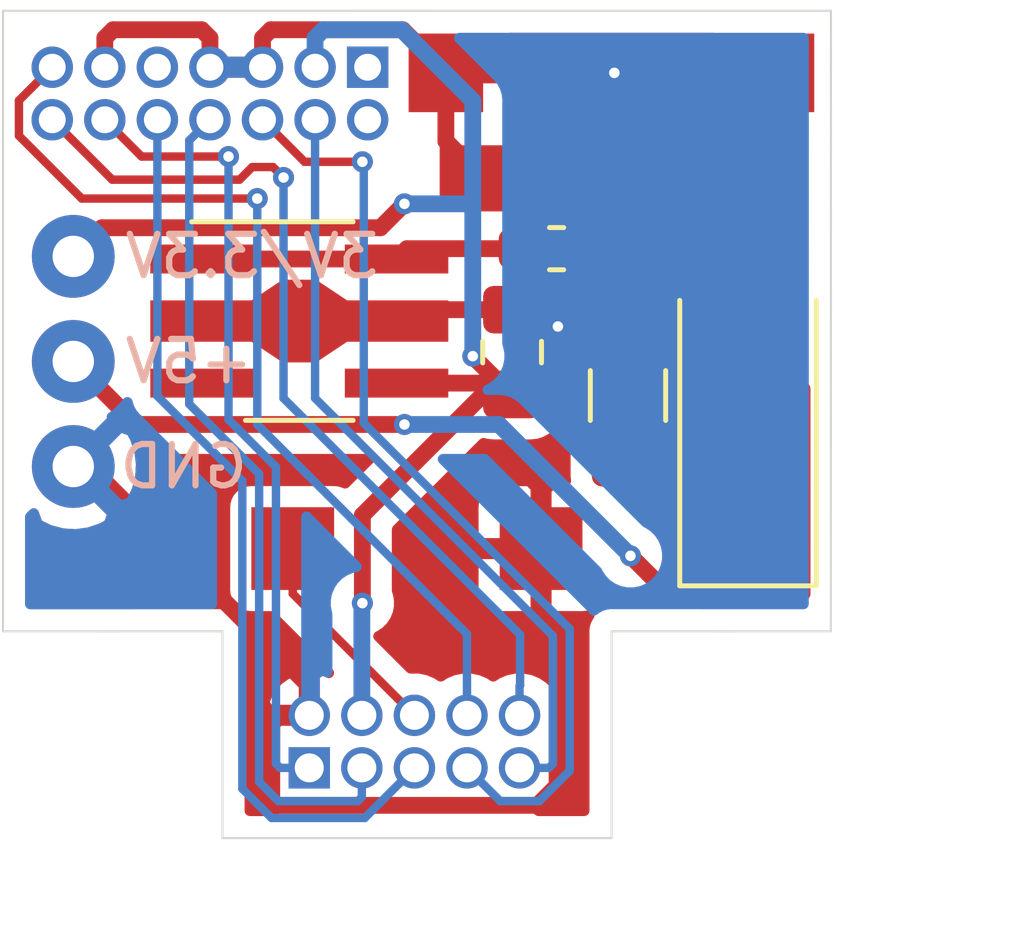
<source format=kicad_pcb>
(kicad_pcb (version 20171130) (host pcbnew "(5.1.5-0-10_14)")

  (general
    (thickness 1.6)
    (drawings 13)
    (tracks 154)
    (zones 0)
    (modules 12)
    (nets 14)
  )

  (page A4)
  (title_block
    (title "STM32 Debug Connector")
    (date 2020-04-26)
    (rev 1.0)
  )

  (layers
    (0 F.Cu signal)
    (31 B.Cu signal)
    (32 B.Adhes user)
    (33 F.Adhes user)
    (34 B.Paste user)
    (35 F.Paste user)
    (36 B.SilkS user)
    (37 F.SilkS user)
    (38 B.Mask user)
    (39 F.Mask user)
    (40 Dwgs.User user)
    (41 Cmts.User user)
    (42 Eco1.User user)
    (43 Eco2.User user)
    (44 Edge.Cuts user)
    (45 Margin user)
    (46 B.CrtYd user)
    (47 F.CrtYd user)
    (48 B.Fab user hide)
    (49 F.Fab user hide)
  )

  (setup
    (last_trace_width 0.2032)
    (user_trace_width 0.4064)
    (trace_clearance 0.2032)
    (zone_clearance 0.508)
    (zone_45_only no)
    (trace_min 0.2032)
    (via_size 0.508)
    (via_drill 0.254)
    (via_min_size 0.508)
    (via_min_drill 0.254)
    (uvia_size 0.3)
    (uvia_drill 0.1)
    (uvias_allowed no)
    (uvia_min_size 0.2)
    (uvia_min_drill 0.1)
    (edge_width 0.05)
    (segment_width 0.2)
    (pcb_text_width 0.3)
    (pcb_text_size 1.5 1.5)
    (mod_edge_width 0.12)
    (mod_text_size 1 1)
    (mod_text_width 0.15)
    (pad_size 1.524 1.524)
    (pad_drill 0.762)
    (pad_to_mask_clearance 0.051)
    (solder_mask_min_width 0.25)
    (aux_axis_origin 0 0)
    (visible_elements FFFFFF7F)
    (pcbplotparams
      (layerselection 0x010fc_ffffffff)
      (usegerberextensions true)
      (usegerberattributes false)
      (usegerberadvancedattributes false)
      (creategerberjobfile false)
      (excludeedgelayer true)
      (linewidth 0.100000)
      (plotframeref false)
      (viasonmask false)
      (mode 1)
      (useauxorigin false)
      (hpglpennumber 1)
      (hpglpenspeed 20)
      (hpglpendiameter 15.000000)
      (psnegative false)
      (psa4output false)
      (plotreference true)
      (plotvalue true)
      (plotinvisibletext false)
      (padsonsilk false)
      (subtractmaskfromsilk false)
      (outputformat 1)
      (mirror false)
      (drillshape 0)
      (scaleselection 1)
      (outputdirectory "STM32DebugConnector/"))
  )

  (net 0 "")
  (net 1 GND)
  (net 2 "Net-(C1-Pad1)")
  (net 3 +3V0)
  (net 4 +5V)
  (net 5 "Net-(D1-Pad1)")
  (net 6 "Net-(J2-Pad10)")
  (net 7 "Net-(J2-Pad9)")
  (net 8 "Net-(J2-Pad8)")
  (net 9 "Net-(J2-Pad7)")
  (net 10 "Net-(J2-Pad6)")
  (net 11 "Net-(J2-Pad5)")
  (net 12 "Net-(J2-Pad3)")
  (net 13 "Net-(J2-Pad1)")

  (net_class Default "これはデフォルトのネット クラスです。"
    (clearance 0.2032)
    (trace_width 0.2032)
    (via_dia 0.508)
    (via_drill 0.254)
    (uvia_dia 0.3)
    (uvia_drill 0.1)
    (diff_pair_width 0.2032)
    (diff_pair_gap 0.254)
    (add_net +3V0)
    (add_net +5V)
    (add_net GND)
    (add_net "Net-(C1-Pad1)")
    (add_net "Net-(D1-Pad1)")
    (add_net "Net-(J2-Pad1)")
    (add_net "Net-(J2-Pad10)")
    (add_net "Net-(J2-Pad3)")
    (add_net "Net-(J2-Pad5)")
    (add_net "Net-(J2-Pad6)")
    (add_net "Net-(J2-Pad7)")
    (add_net "Net-(J2-Pad8)")
    (add_net "Net-(J2-Pad9)")
  )

  (module TestPoint:TestPoint_THTPad_D2.0mm_Drill1.0mm (layer F.Cu) (tedit 5EA38461) (tstamp 5EA2DB19)
    (at 128.6952 87.017)
    (descr "THT pad as test Point, diameter 2.0mm, hole diameter 1.0mm")
    (tags "test point THT pad")
    (path /5EA49698)
    (attr virtual)
    (fp_text reference TP3 (at 0 -1.998) (layer F.SilkS) hide
      (effects (font (size 1 1) (thickness 0.15)))
    )
    (fp_text value GND (at 0 2.05) (layer F.Fab)
      (effects (font (size 1 1) (thickness 0.15)))
    )
    (fp_circle (center 0 0) (end 1.5 0) (layer F.CrtYd) (width 0.05))
    (fp_text user %R (at 0 -2) (layer F.Fab)
      (effects (font (size 1 1) (thickness 0.15)))
    )
    (pad 1 thru_hole circle (at 0 0) (size 2 2) (drill 1) (layers *.Cu *.Mask)
      (net 1 GND))
  )

  (module TestPoint:TestPoint_THTPad_D2.0mm_Drill1.0mm (layer F.Cu) (tedit 5EA38458) (tstamp 5EA2DB09)
    (at 128.6952 84.477)
    (descr "THT pad as test Point, diameter 2.0mm, hole diameter 1.0mm")
    (tags "test point THT pad")
    (path /5EA48619)
    (attr virtual)
    (fp_text reference TP1 (at 0 -1.998) (layer F.SilkS) hide
      (effects (font (size 1 1) (thickness 0.15)))
    )
    (fp_text value +5V (at 0 2.05) (layer F.Fab)
      (effects (font (size 1 1) (thickness 0.15)))
    )
    (fp_circle (center 0 0) (end 1.5 0) (layer F.CrtYd) (width 0.05))
    (fp_text user %R (at 0 -2) (layer F.Fab)
      (effects (font (size 1 1) (thickness 0.15)))
    )
    (pad 1 thru_hole circle (at 0 0) (size 2 2) (drill 1) (layers *.Cu *.Mask)
      (net 4 +5V))
  )

  (module TestPoint:TestPoint_THTPad_D2.0mm_Drill1.0mm (layer F.Cu) (tedit 5EA3844E) (tstamp 5EA2DB11)
    (at 128.6952 81.937)
    (descr "THT pad as test Point, diameter 2.0mm, hole diameter 1.0mm")
    (tags "test point THT pad")
    (path /5EA49302)
    (attr virtual)
    (fp_text reference TP2 (at 0 -1.998) (layer F.SilkS) hide
      (effects (font (size 1 1) (thickness 0.15)))
    )
    (fp_text value VDD (at 0 2.05) (layer F.Fab)
      (effects (font (size 1 1) (thickness 0.15)))
    )
    (fp_circle (center 0 0) (end 1.5 0) (layer F.CrtYd) (width 0.05))
    (fp_text user %R (at 0 -2) (layer F.Fab)
      (effects (font (size 1 1) (thickness 0.15)))
    )
    (pad 1 thru_hole circle (at 0 0) (size 2 2) (drill 1) (layers *.Cu *.Mask)
      (net 3 +3V0))
  )

  (module Connector_PinHeader_1.27mm:PinHeader_2x07_P1.27mm_Vertical (layer F.Cu) (tedit 5EA382D7) (tstamp 5EA2DAF7)
    (at 135.8072 77.365 270)
    (descr "Through hole straight pin header, 2x07, 1.27mm pitch, double rows")
    (tags "Through hole pin header THT 2x07 1.27mm double row")
    (path /5EA2399D)
    (fp_text reference J3 (at 0.635 -1.695 270) (layer F.SilkS) hide
      (effects (font (size 1 1) (thickness 0.15)))
    )
    (fp_text value STDC32 (at 0.635 9.315 270) (layer F.Fab)
      (effects (font (size 1 1) (thickness 0.15)))
    )
    (fp_text user %R (at 0.635 3.81) (layer F.Fab)
      (effects (font (size 1 1) (thickness 0.15)))
    )
    (fp_line (start 2.85 -1.15) (end -1.6 -1.15) (layer F.CrtYd) (width 0.05))
    (fp_line (start 2.85 8.8) (end 2.85 -1.15) (layer F.CrtYd) (width 0.05))
    (fp_line (start -1.6 8.8) (end 2.85 8.8) (layer F.CrtYd) (width 0.05))
    (fp_line (start -1.6 -1.15) (end -1.6 8.8) (layer F.CrtYd) (width 0.05))
    (fp_line (start -1.07 0.2175) (end -0.2175 -0.635) (layer F.Fab) (width 0.1))
    (fp_line (start -1.07 8.255) (end -1.07 0.2175) (layer F.Fab) (width 0.1))
    (fp_line (start 2.34 8.255) (end -1.07 8.255) (layer F.Fab) (width 0.1))
    (fp_line (start 2.34 -0.635) (end 2.34 8.255) (layer F.Fab) (width 0.1))
    (fp_line (start -0.2175 -0.635) (end 2.34 -0.635) (layer F.Fab) (width 0.1))
    (pad 14 thru_hole oval (at 1.27 7.62 270) (size 1 1) (drill 0.65) (layers *.Cu *.Mask)
      (net 6 "Net-(J2-Pad10)"))
    (pad 13 thru_hole oval (at 0 7.62 270) (size 1 1) (drill 0.65) (layers *.Cu *.Mask)
      (net 8 "Net-(J2-Pad8)"))
    (pad 12 thru_hole oval (at 1.27 6.35 270) (size 1 1) (drill 0.65) (layers *.Cu *.Mask)
      (net 13 "Net-(J2-Pad1)"))
    (pad 11 thru_hole oval (at 0 6.35 270) (size 1 1) (drill 0.65) (layers *.Cu *.Mask)
      (net 1 GND))
    (pad 10 thru_hole oval (at 1.27 5.08 270) (size 1 1) (drill 0.65) (layers *.Cu *.Mask)
      (net 11 "Net-(J2-Pad5)"))
    (pad 9 thru_hole oval (at 0 5.08 270) (size 1 1) (drill 0.65) (layers *.Cu *.Mask))
    (pad 8 thru_hole oval (at 1.27 3.81 270) (size 1 1) (drill 0.65) (layers *.Cu *.Mask)
      (net 12 "Net-(J2-Pad3)"))
    (pad 7 thru_hole oval (at 0 3.81 270) (size 1 1) (drill 0.65) (layers *.Cu *.Mask)
      (net 1 GND))
    (pad 6 thru_hole oval (at 1.27 2.54 270) (size 1 1) (drill 0.65) (layers *.Cu *.Mask)
      (net 9 "Net-(J2-Pad7)"))
    (pad 5 thru_hole oval (at 0 2.54 270) (size 1 1) (drill 0.65) (layers *.Cu *.Mask)
      (net 1 GND))
    (pad 4 thru_hole oval (at 1.27 1.27 270) (size 1 1) (drill 0.65) (layers *.Cu *.Mask)
      (net 7 "Net-(J2-Pad9)"))
    (pad 3 thru_hole oval (at 0 1.27 270) (size 1 1) (drill 0.65) (layers *.Cu *.Mask)
      (net 3 +3V0))
    (pad 2 thru_hole oval (at 1.27 0 270) (size 1 1) (drill 0.65) (layers *.Cu *.Mask))
    (pad 1 thru_hole rect (at 0 0 270) (size 1 1) (drill 0.65) (layers *.Cu *.Mask))
    (model ${KISYS3DMOD}/Connector_PinHeader_1.27mm.3dshapes/PinHeader_2x07_P1.27mm_Vertical.wrl
      (at (xyz 0 0 0))
      (scale (xyz 1 1 1))
      (rotate (xyz 0 0 0))
    )
  )

  (module STM32DebugConnector:ZX62-B-5PA (layer F.Cu) (tedit 5EA3807C) (tstamp 5EA38F28)
    (at 141.6972 77.501 180)
    (descr "Micro USB connector")
    (tags "Micro USB connector")
    (path /5EA2C476)
    (fp_text reference J1 (at 0 -4.1) (layer F.SilkS) hide
      (effects (font (size 1 1) (thickness 0.15)))
    )
    (fp_text value USB_B_Micro (at 0 2.6) (layer F.Fab)
      (effects (font (size 1 1) (thickness 0.15)))
    )
    (fp_line (start -3.7 1.45) (end -3.7 -2.85) (layer F.CrtYd) (width 0.12))
    (fp_line (start 3.8 1.45) (end -3.7 1.45) (layer F.CrtYd) (width 0.12))
    (fp_line (start 3.8 -2.85) (end 3.8 1.45) (layer F.CrtYd) (width 0.12))
    (fp_line (start -3.7 -2.85) (end 3.8 -2.85) (layer F.CrtYd) (width 0.12))
    (pad 6 smd rect (at 4 0 180) (size 1.8 1.9) (layers F.Cu F.Paste F.Mask)
      (net 1 GND))
    (pad 6 smd rect (at -4 0 180) (size 1.8 1.9) (layers F.Cu F.Paste F.Mask)
      (net 1 GND))
    (pad 6 smd rect (at 3.1 -2.55 180) (size 2.1 1.6) (layers F.Cu F.Paste F.Mask)
      (net 1 GND))
    (pad 6 smd rect (at -3.1 -2.55 180) (size 2.1 1.6) (layers F.Cu F.Paste F.Mask)
      (net 1 GND))
    (pad 5 smd rect (at 1.3 -2.7 180) (size 0.4 1.35) (layers F.Cu F.Paste F.Mask)
      (net 1 GND))
    (pad 4 smd rect (at 0.65 -2.675 180) (size 0.4 1.35) (layers F.Cu F.Paste F.Mask))
    (pad 3 smd rect (at 0 -2.675 180) (size 0.4 1.35) (layers F.Cu F.Paste F.Mask))
    (pad 2 smd rect (at -0.65 -2.675 180) (size 0.4 1.35) (layers F.Cu F.Paste F.Mask))
    (pad 1 smd rect (at -1.3 -2.675 180) (size 0.4 1.35) (layers F.Cu F.Paste F.Mask)
      (net 4 +5V))
  )

  (module Connector_PinSocket_1.27mm:PinSocket_2x05_P1.27mm_Vertical (layer B.Cu) (tedit 5EA37F12) (tstamp 5EA2DACE)
    (at 134.3972 94.301 270)
    (descr "Through hole straight socket strip, 2x05, 1.27mm pitch, double cols (from Kicad 4.0.7), script generated")
    (tags "Through hole socket strip THT 2x05 1.27mm double row")
    (path /5EA6AEAF)
    (fp_text reference J2 (at -0.635 2.135 90) (layer B.SilkS) hide
      (effects (font (size 1 1) (thickness 0.15)) (justify mirror))
    )
    (fp_text value STM32_Debug (at -0.635 -7.215 90) (layer B.Fab)
      (effects (font (size 1 1) (thickness 0.15)) (justify mirror))
    )
    (fp_text user %R (at -0.635 -2.54) (layer B.Fab)
      (effects (font (size 1 1) (thickness 0.15)) (justify mirror))
    )
    (fp_line (start -2.67 -6.2) (end -2.67 1.15) (layer B.CrtYd) (width 0.05))
    (fp_line (start 1.38 -6.2) (end -2.67 -6.2) (layer B.CrtYd) (width 0.05))
    (fp_line (start 1.38 1.15) (end 1.38 -6.2) (layer B.CrtYd) (width 0.05))
    (fp_line (start -2.67 1.15) (end 1.38 1.15) (layer B.CrtYd) (width 0.05))
    (fp_line (start -2.16 -5.715) (end -2.16 0.635) (layer B.Fab) (width 0.1))
    (fp_line (start 0.89 -5.715) (end -2.16 -5.715) (layer B.Fab) (width 0.1))
    (fp_line (start 0.89 -0.1275) (end 0.89 -5.715) (layer B.Fab) (width 0.1))
    (fp_line (start 0.1275 0.635) (end 0.89 -0.1275) (layer B.Fab) (width 0.1))
    (fp_line (start -2.16 0.635) (end 0.1275 0.635) (layer B.Fab) (width 0.1))
    (pad 10 thru_hole oval (at -1.27 -5.08 270) (size 1 1) (drill 0.7) (layers *.Cu *.Mask)
      (net 6 "Net-(J2-Pad10)"))
    (pad 9 thru_hole oval (at 0 -5.08 270) (size 1 1) (drill 0.7) (layers *.Cu *.Mask)
      (net 7 "Net-(J2-Pad9)"))
    (pad 8 thru_hole oval (at -1.27 -3.81 270) (size 1 1) (drill 0.7) (layers *.Cu *.Mask)
      (net 8 "Net-(J2-Pad8)"))
    (pad 7 thru_hole oval (at 0 -3.81 270) (size 1 1) (drill 0.7) (layers *.Cu *.Mask)
      (net 9 "Net-(J2-Pad7)"))
    (pad 6 thru_hole oval (at -1.27 -2.54 270) (size 1 1) (drill 0.7) (layers *.Cu *.Mask)
      (net 10 "Net-(J2-Pad6)"))
    (pad 5 thru_hole oval (at 0 -2.54 270) (size 1 1) (drill 0.7) (layers *.Cu *.Mask)
      (net 11 "Net-(J2-Pad5)"))
    (pad 4 thru_hole oval (at -1.27 -1.27 270) (size 1 1) (drill 0.7) (layers *.Cu *.Mask)
      (net 3 +3V0))
    (pad 3 thru_hole oval (at 0 -1.27 270) (size 1 1) (drill 0.7) (layers *.Cu *.Mask)
      (net 12 "Net-(J2-Pad3)"))
    (pad 2 thru_hole oval (at -1.27 0 270) (size 1 1) (drill 0.7) (layers *.Cu *.Mask)
      (net 1 GND))
    (pad 1 thru_hole rect (at 0 0 270) (size 1 1) (drill 0.7) (layers *.Cu *.Mask)
      (net 13 "Net-(J2-Pad1)"))
    (model ${KISYS3DMOD}/Connector_PinSocket_1.27mm.3dshapes/PinSocket_2x05_P1.27mm_Vertical.wrl
      (at (xyz 0 0 0))
      (scale (xyz 1 1 1))
      (rotate (xyz 0 0 0))
    )
  )

  (module Package_TO_SOT_SMD:SOT-89-5_Handsoldering (layer F.Cu) (tedit 5A0BBCA8) (tstamp 5EA2DB32)
    (at 134.1562 83.501)
    (descr "SOT89-5, Housing,http://www.e-devices.ricoh.co.jp/en/products/product_power/pkg/sot-89-5.pdf")
    (tags "SOT89-5 Housing ")
    (path /5EA2DC0D)
    (attr smd)
    (fp_text reference U1 (at -0.28 -3.52) (layer F.SilkS) hide
      (effects (font (size 1 1) (thickness 0.15)))
    )
    (fp_text value NJM2884U1 (at -0.28 3.33) (layer F.Fab)
      (effects (font (size 1 1) (thickness 0.15)))
    )
    (fp_line (start -3.85 2.55) (end -3.85 -2.55) (layer F.CrtYd) (width 0.05))
    (fp_line (start 3.85 -2.55) (end 3.85 2.55) (layer F.CrtYd) (width 0.05))
    (fp_line (start -0.5 -2.3) (end 1.31 -2.3) (layer F.Fab) (width 0.1))
    (fp_line (start -1.29 2.3) (end -1.29 -1.51) (layer F.Fab) (width 0.1))
    (fp_line (start 1.31 2.3) (end -1.29 2.3) (layer F.Fab) (width 0.1))
    (fp_line (start 1.31 -2.3) (end 1.31 2.3) (layer F.Fab) (width 0.1))
    (fp_line (start -1.29 -1.51) (end -0.5 -2.3) (layer F.Fab) (width 0.1))
    (fp_line (start -2.6 -2.4) (end 1.3 -2.4) (layer F.SilkS) (width 0.12))
    (fp_line (start 1.3 2.4) (end -1.3 2.4) (layer F.SilkS) (width 0.12))
    (fp_line (start -3.85 2.55) (end 3.85 2.55) (layer F.CrtYd) (width 0.05))
    (fp_line (start -3.85 -2.55) (end 3.85 -2.55) (layer F.CrtYd) (width 0.05))
    (fp_text user %R (at 0 0 90) (layer F.Fab)
      (effects (font (size 0.6 0.6) (thickness 0.09)))
    )
    (pad 2 smd rect (at 0 0 270) (size 2 0.8) (layers F.Cu F.Paste F.Mask)
      (net 1 GND))
    (pad 2 smd trapezoid (at -0.78 0 90) (size 1.5 0.75) (rect_delta 0 0.5 ) (layers F.Cu F.Paste F.Mask)
      (net 1 GND))
    (pad 2 smd rect (at 2.35 0 270) (size 1 2.5) (layers F.Cu F.Paste F.Mask)
      (net 1 GND))
    (pad 3 smd rect (at -2.35 1.5 270) (size 0.7 2.5) (layers F.Cu F.Paste F.Mask))
    (pad 2 smd rect (at -2.35 0 270) (size 1 2.5) (layers F.Cu F.Paste F.Mask)
      (net 1 GND))
    (pad 1 smd rect (at -2.35 -1.5 270) (size 0.7 2.5) (layers F.Cu F.Paste F.Mask)
      (net 2 "Net-(C1-Pad1)"))
    (pad 4 smd rect (at 2.35 1.5 270) (size 0.7 2.5) (layers F.Cu F.Paste F.Mask)
      (net 3 +3V0))
    (pad 5 smd rect (at 2.35 -1.5 270) (size 0.7 2.5) (layers F.Cu F.Paste F.Mask)
      (net 2 "Net-(C1-Pad1)"))
    (pad 2 smd trapezoid (at 0.78 0 270) (size 1.5 0.75) (rect_delta 0 0.5 ) (layers F.Cu F.Paste F.Mask)
      (net 1 GND))
    (model ${KISYS3DMOD}/Package_TO_SOT_SMD.3dshapes/SOT-89-5.wrl
      (at (xyz 0 0 0))
      (scale (xyz 1 1 1))
      (rotate (xyz 0 0 0))
    )
  )

  (module STM32DebugConnector:Switch_TS665SG-S (layer F.Cu) (tedit 5DF0C2F9) (tstamp 5EA2DB01)
    (at 136.9972 89.001)
    (path /5EA723F9)
    (fp_text reference SW1 (at 0 -4) (layer F.SilkS) hide
      (effects (font (size 1 1) (thickness 0.15)))
    )
    (fp_text value RESET (at 0 4) (layer F.Fab)
      (effects (font (size 1 1) (thickness 0.15)))
    )
    (fp_line (start -3 3) (end -3 -3) (layer F.CrtYd) (width 0.12))
    (fp_line (start 3 3) (end -3 3) (layer F.CrtYd) (width 0.12))
    (fp_line (start 3 -3) (end 3 3) (layer F.CrtYd) (width 0.12))
    (fp_line (start -3 -3) (end 3 -3) (layer F.CrtYd) (width 0.12))
    (pad 2 smd rect (at 3 0) (size 2 2) (layers F.Cu F.Paste F.Mask)
      (net 1 GND))
    (pad 1 smd rect (at -3 0) (size 2 2) (layers F.Cu F.Paste F.Mask)
      (net 10 "Net-(J2-Pad6)"))
  )

  (module Fuse:Fuse_1206_3216Metric_Pad1.42x1.75mm_HandSolder (layer F.Cu) (tedit 5B301BBE) (tstamp 5EA2DA9B)
    (at 142.0972 85.301 270)
    (descr "Fuse SMD 1206 (3216 Metric), square (rectangular) end terminal, IPC_7351 nominal with elongated pad for handsoldering. (Body size source: http://www.tortai-tech.com/upload/download/2011102023233369053.pdf), generated with kicad-footprint-generator")
    (tags "resistor handsolder")
    (path /5EA324F6)
    (attr smd)
    (fp_text reference F1 (at 0 -1.82 90) (layer F.SilkS) hide
      (effects (font (size 1 1) (thickness 0.15)))
    )
    (fp_text value MF-NSMF035X (at 0 1.82 90) (layer F.Fab)
      (effects (font (size 1 1) (thickness 0.15)))
    )
    (fp_text user %R (at 0 0 90) (layer F.Fab)
      (effects (font (size 0.8 0.8) (thickness 0.12)))
    )
    (fp_line (start 2.45 1.12) (end -2.45 1.12) (layer F.CrtYd) (width 0.05))
    (fp_line (start 2.45 -1.12) (end 2.45 1.12) (layer F.CrtYd) (width 0.05))
    (fp_line (start -2.45 -1.12) (end 2.45 -1.12) (layer F.CrtYd) (width 0.05))
    (fp_line (start -2.45 1.12) (end -2.45 -1.12) (layer F.CrtYd) (width 0.05))
    (fp_line (start -0.602064 0.91) (end 0.602064 0.91) (layer F.SilkS) (width 0.12))
    (fp_line (start -0.602064 -0.91) (end 0.602064 -0.91) (layer F.SilkS) (width 0.12))
    (fp_line (start 1.6 0.8) (end -1.6 0.8) (layer F.Fab) (width 0.1))
    (fp_line (start 1.6 -0.8) (end 1.6 0.8) (layer F.Fab) (width 0.1))
    (fp_line (start -1.6 -0.8) (end 1.6 -0.8) (layer F.Fab) (width 0.1))
    (fp_line (start -1.6 0.8) (end -1.6 -0.8) (layer F.Fab) (width 0.1))
    (pad 2 smd roundrect (at 1.4875 0 270) (size 1.425 1.75) (layers F.Cu F.Paste F.Mask) (roundrect_rratio 0.175439)
      (net 5 "Net-(D1-Pad1)"))
    (pad 1 smd roundrect (at -1.4875 0 270) (size 1.425 1.75) (layers F.Cu F.Paste F.Mask) (roundrect_rratio 0.175439)
      (net 2 "Net-(C1-Pad1)"))
    (model ${KISYS3DMOD}/Fuse.3dshapes/Fuse_1206_3216Metric.wrl
      (at (xyz 0 0 0))
      (scale (xyz 1 1 1))
      (rotate (xyz 0 0 0))
    )
  )

  (module Diode_SMD:D_SMA_Handsoldering (layer F.Cu) (tedit 58643398) (tstamp 5EA2DA8A)
    (at 144.9972 85.501 90)
    (descr "Diode SMA (DO-214AC) Handsoldering")
    (tags "Diode SMA (DO-214AC) Handsoldering")
    (path /5EA32E2F)
    (attr smd)
    (fp_text reference D1 (at 0 -2.5 90) (layer F.SilkS) hide
      (effects (font (size 1 1) (thickness 0.15)))
    )
    (fp_text value SS14 (at 0 2.6 90) (layer F.Fab)
      (effects (font (size 1 1) (thickness 0.15)))
    )
    (fp_line (start -4.4 -1.65) (end 2.5 -1.65) (layer F.SilkS) (width 0.12))
    (fp_line (start -4.4 1.65) (end 2.5 1.65) (layer F.SilkS) (width 0.12))
    (fp_line (start -0.64944 0.00102) (end 0.50118 -0.79908) (layer F.Fab) (width 0.1))
    (fp_line (start -0.64944 0.00102) (end 0.50118 0.75032) (layer F.Fab) (width 0.1))
    (fp_line (start 0.50118 0.75032) (end 0.50118 -0.79908) (layer F.Fab) (width 0.1))
    (fp_line (start -0.64944 -0.79908) (end -0.64944 0.80112) (layer F.Fab) (width 0.1))
    (fp_line (start 0.50118 0.00102) (end 1.4994 0.00102) (layer F.Fab) (width 0.1))
    (fp_line (start -0.64944 0.00102) (end -1.55114 0.00102) (layer F.Fab) (width 0.1))
    (fp_line (start -4.5 1.75) (end -4.5 -1.75) (layer F.CrtYd) (width 0.05))
    (fp_line (start 4.5 1.75) (end -4.5 1.75) (layer F.CrtYd) (width 0.05))
    (fp_line (start 4.5 -1.75) (end 4.5 1.75) (layer F.CrtYd) (width 0.05))
    (fp_line (start -4.5 -1.75) (end 4.5 -1.75) (layer F.CrtYd) (width 0.05))
    (fp_line (start 2.3 -1.5) (end -2.3 -1.5) (layer F.Fab) (width 0.1))
    (fp_line (start 2.3 -1.5) (end 2.3 1.5) (layer F.Fab) (width 0.1))
    (fp_line (start -2.3 1.5) (end -2.3 -1.5) (layer F.Fab) (width 0.1))
    (fp_line (start 2.3 1.5) (end -2.3 1.5) (layer F.Fab) (width 0.1))
    (fp_line (start -4.4 -1.65) (end -4.4 1.65) (layer F.SilkS) (width 0.12))
    (fp_text user %R (at 0 -2.5 90) (layer F.Fab)
      (effects (font (size 1 1) (thickness 0.15)))
    )
    (pad 2 smd rect (at 2.5 0 90) (size 3.5 1.8) (layers F.Cu F.Paste F.Mask)
      (net 4 +5V))
    (pad 1 smd rect (at -2.5 0 90) (size 3.5 1.8) (layers F.Cu F.Paste F.Mask)
      (net 5 "Net-(D1-Pad1)"))
    (model ${KISYS3DMOD}/Diode_SMD.3dshapes/D_SMA.wrl
      (at (xyz 0 0 0))
      (scale (xyz 1 1 1))
      (rotate (xyz 0 0 0))
    )
  )

  (module Capacitor_SMD:C_0805_2012Metric_Pad1.15x1.40mm_HandSolder (layer F.Cu) (tedit 5B36C52B) (tstamp 5EA2DA72)
    (at 139.2972 84.251 90)
    (descr "Capacitor SMD 0805 (2012 Metric), square (rectangular) end terminal, IPC_7351 nominal with elongated pad for handsoldering. (Body size source: https://docs.google.com/spreadsheets/d/1BsfQQcO9C6DZCsRaXUlFlo91Tg2WpOkGARC1WS5S8t0/edit?usp=sharing), generated with kicad-footprint-generator")
    (tags "capacitor handsolder")
    (path /5EA3755B)
    (attr smd)
    (fp_text reference C2 (at 0 -1.65 90) (layer F.SilkS) hide
      (effects (font (size 1 1) (thickness 0.15)))
    )
    (fp_text value 2.2uF (at 0 1.65 90) (layer F.Fab)
      (effects (font (size 1 1) (thickness 0.15)))
    )
    (fp_text user %R (at 0 0 90) (layer F.Fab)
      (effects (font (size 0.5 0.5) (thickness 0.08)))
    )
    (fp_line (start 1.85 0.95) (end -1.85 0.95) (layer F.CrtYd) (width 0.05))
    (fp_line (start 1.85 -0.95) (end 1.85 0.95) (layer F.CrtYd) (width 0.05))
    (fp_line (start -1.85 -0.95) (end 1.85 -0.95) (layer F.CrtYd) (width 0.05))
    (fp_line (start -1.85 0.95) (end -1.85 -0.95) (layer F.CrtYd) (width 0.05))
    (fp_line (start -0.261252 0.71) (end 0.261252 0.71) (layer F.SilkS) (width 0.12))
    (fp_line (start -0.261252 -0.71) (end 0.261252 -0.71) (layer F.SilkS) (width 0.12))
    (fp_line (start 1 0.6) (end -1 0.6) (layer F.Fab) (width 0.1))
    (fp_line (start 1 -0.6) (end 1 0.6) (layer F.Fab) (width 0.1))
    (fp_line (start -1 -0.6) (end 1 -0.6) (layer F.Fab) (width 0.1))
    (fp_line (start -1 0.6) (end -1 -0.6) (layer F.Fab) (width 0.1))
    (pad 2 smd roundrect (at 1.025 0 90) (size 1.15 1.4) (layers F.Cu F.Paste F.Mask) (roundrect_rratio 0.217391)
      (net 1 GND))
    (pad 1 smd roundrect (at -1.025 0 90) (size 1.15 1.4) (layers F.Cu F.Paste F.Mask) (roundrect_rratio 0.217391)
      (net 3 +3V0))
    (model ${KISYS3DMOD}/Capacitor_SMD.3dshapes/C_0805_2012Metric.wrl
      (at (xyz 0 0 0))
      (scale (xyz 1 1 1))
      (rotate (xyz 0 0 0))
    )
  )

  (module Capacitor_SMD:C_0603_1608Metric_Pad1.05x0.95mm_HandSolder (layer F.Cu) (tedit 5B301BBE) (tstamp 5EA2DA61)
    (at 140.3722 81.751)
    (descr "Capacitor SMD 0603 (1608 Metric), square (rectangular) end terminal, IPC_7351 nominal with elongated pad for handsoldering. (Body size source: http://www.tortai-tech.com/upload/download/2011102023233369053.pdf), generated with kicad-footprint-generator")
    (tags "capacitor handsolder")
    (path /5EA33524)
    (attr smd)
    (fp_text reference C1 (at 0 -1.43) (layer F.SilkS) hide
      (effects (font (size 1 1) (thickness 0.15)))
    )
    (fp_text value 0.39uF (at 0 1.43) (layer F.Fab)
      (effects (font (size 1 1) (thickness 0.15)))
    )
    (fp_text user %R (at 0 0) (layer F.Fab)
      (effects (font (size 0.4 0.4) (thickness 0.06)))
    )
    (fp_line (start 1.65 0.73) (end -1.65 0.73) (layer F.CrtYd) (width 0.05))
    (fp_line (start 1.65 -0.73) (end 1.65 0.73) (layer F.CrtYd) (width 0.05))
    (fp_line (start -1.65 -0.73) (end 1.65 -0.73) (layer F.CrtYd) (width 0.05))
    (fp_line (start -1.65 0.73) (end -1.65 -0.73) (layer F.CrtYd) (width 0.05))
    (fp_line (start -0.171267 0.51) (end 0.171267 0.51) (layer F.SilkS) (width 0.12))
    (fp_line (start -0.171267 -0.51) (end 0.171267 -0.51) (layer F.SilkS) (width 0.12))
    (fp_line (start 0.8 0.4) (end -0.8 0.4) (layer F.Fab) (width 0.1))
    (fp_line (start 0.8 -0.4) (end 0.8 0.4) (layer F.Fab) (width 0.1))
    (fp_line (start -0.8 -0.4) (end 0.8 -0.4) (layer F.Fab) (width 0.1))
    (fp_line (start -0.8 0.4) (end -0.8 -0.4) (layer F.Fab) (width 0.1))
    (pad 2 smd roundrect (at 0.875 0) (size 1.05 0.95) (layers F.Cu F.Paste F.Mask) (roundrect_rratio 0.25)
      (net 1 GND))
    (pad 1 smd roundrect (at -0.875 0) (size 1.05 0.95) (layers F.Cu F.Paste F.Mask) (roundrect_rratio 0.25)
      (net 2 "Net-(C1-Pad1)"))
    (model ${KISYS3DMOD}/Capacitor_SMD.3dshapes/C_0603_1608Metric.wrl
      (at (xyz 0 0 0))
      (scale (xyz 1 1 1))
      (rotate (xyz 0 0 0))
    )
  )

  (dimension 20 (width 0.15) (layer Dwgs.User)
    (gr_text "20.000 mm" (at 137 99.3) (layer Dwgs.User)
      (effects (font (size 1 1) (thickness 0.15)))
    )
    (feature1 (pts (xy 147 96) (xy 147 98.586421)))
    (feature2 (pts (xy 127 96) (xy 127 98.586421)))
    (crossbar (pts (xy 127 98) (xy 147 98)))
    (arrow1a (pts (xy 147 98) (xy 145.873496 98.586421)))
    (arrow1b (pts (xy 147 98) (xy 145.873496 97.413579)))
    (arrow2a (pts (xy 127 98) (xy 128.126504 98.586421)))
    (arrow2b (pts (xy 127 98) (xy 128.126504 97.413579)))
  )
  (dimension 20 (width 0.15) (layer Dwgs.User)
    (gr_text "20.000 mm" (at 150.3 86 270) (layer Dwgs.User)
      (effects (font (size 1 1) (thickness 0.15)))
    )
    (feature1 (pts (xy 147 96) (xy 149.586421 96)))
    (feature2 (pts (xy 147 76) (xy 149.586421 76)))
    (crossbar (pts (xy 149 76) (xy 149 96)))
    (arrow1a (pts (xy 149 96) (xy 148.413579 94.873496)))
    (arrow1b (pts (xy 149 96) (xy 149.586421 94.873496)))
    (arrow2a (pts (xy 149 76) (xy 148.413579 77.126504)))
    (arrow2b (pts (xy 149 76) (xy 149.586421 77.126504)))
  )
  (gr_text 3V/3.3V (at 133.0132 81.937) (layer B.SilkS)
    (effects (font (size 1 1) (thickness 0.15)) (justify mirror))
  )
  (gr_text +5V (at 131.4892 84.477) (layer B.SilkS)
    (effects (font (size 1 1) (thickness 0.15)) (justify mirror))
  )
  (gr_text GND (at 131.3622 87.017) (layer B.SilkS)
    (effects (font (size 1 1) (thickness 0.15)) (justify mirror))
  )
  (gr_line (start 126.9972 91.001) (end 126.9972 76.001) (layer Edge.Cuts) (width 0.05) (tstamp 5EA392E4))
  (gr_line (start 132.3 91) (end 126.9972 91.001) (layer Edge.Cuts) (width 0.05))
  (gr_line (start 132.3 96) (end 132.3 91) (layer Edge.Cuts) (width 0.05))
  (gr_line (start 141.7 96) (end 132.3 96) (layer Edge.Cuts) (width 0.05))
  (gr_line (start 141.7 91) (end 141.7 96) (layer Edge.Cuts) (width 0.05))
  (gr_line (start 146.9972 91.001) (end 141.7 91) (layer Edge.Cuts) (width 0.05))
  (gr_line (start 147 76) (end 146.9972 91.001) (layer Edge.Cuts) (width 0.05))
  (gr_line (start 126.9972 76.001) (end 147 76) (layer Edge.Cuts) (width 0.05))

  (segment (start 137.6972 79.151) (end 138.5972 80.051) (width 0.4064) (layer F.Cu) (net 1))
  (segment (start 137.6972 77.501) (end 137.6972 79.151) (width 0.4064) (layer F.Cu) (net 1))
  (segment (start 145.6972 79.151) (end 144.7972 80.051) (width 0.4064) (layer F.Cu) (net 1))
  (segment (start 145.6972 77.501) (end 145.6972 79.151) (width 0.4064) (layer F.Cu) (net 1))
  (segment (start 140.2472 80.051) (end 140.3972 80.201) (width 0.4064) (layer F.Cu) (net 1))
  (segment (start 138.5972 80.051) (end 140.2472 80.051) (width 0.4064) (layer F.Cu) (net 1))
  (segment (start 136.7812 83.226) (end 136.5062 83.501) (width 0.4064) (layer F.Cu) (net 1))
  (segment (start 139.2972 83.226) (end 136.7812 83.226) (width 0.4064) (layer F.Cu) (net 1))
  (segment (start 139.9972 87.5946) (end 139.9972 89.001) (width 0.4064) (layer F.Cu) (net 1))
  (segment (start 140.40361 83.63241) (end 140.40361 87.18819) (width 0.4064) (layer F.Cu) (net 1))
  (segment (start 139.9972 83.226) (end 140.40361 83.63241) (width 0.4064) (layer F.Cu) (net 1))
  (segment (start 140.40361 87.18819) (end 139.9972 87.5946) (width 0.4064) (layer F.Cu) (net 1))
  (segment (start 139.2972 83.226) (end 139.9972 83.226) (width 0.4064) (layer F.Cu) (net 1))
  (segment (start 137.6972 77.501) (end 137.6972 77.451) (width 0.2032) (layer F.Cu) (net 1))
  (segment (start 129.090306 87.017) (end 128.6952 87.017) (width 0.4064) (layer F.Cu) (net 1))
  (segment (start 134.3972 92.323894) (end 129.090306 87.017) (width 0.4064) (layer F.Cu) (net 1))
  (segment (start 134.3972 93.031) (end 134.3972 92.323894) (width 0.4064) (layer F.Cu) (net 1))
  (segment (start 141.015678 81.751) (end 141.2472 81.751) (width 0.4064) (layer F.Cu) (net 1))
  (segment (start 140.3972 81.132522) (end 141.015678 81.751) (width 0.4064) (layer F.Cu) (net 1))
  (segment (start 140.3972 80.201) (end 140.3972 81.132522) (width 0.4064) (layer F.Cu) (net 1))
  (segment (start 133.2672 76.657894) (end 133.2672 77.365) (width 0.4064) (layer F.Cu) (net 1))
  (segment (start 133.466495 76.458599) (end 133.2672 76.657894) (width 0.4064) (layer F.Cu) (net 1))
  (segment (start 136.654799 76.458599) (end 133.466495 76.458599) (width 0.4064) (layer F.Cu) (net 1))
  (segment (start 137.6972 77.501) (end 136.654799 76.458599) (width 0.4064) (layer F.Cu) (net 1))
  (segment (start 133.2672 77.365) (end 131.9972 77.365) (width 0.4064) (layer F.Cu) (net 1))
  (segment (start 129.656495 76.458599) (end 129.4572 76.657894) (width 0.4064) (layer F.Cu) (net 1))
  (segment (start 131.797905 76.458599) (end 129.656495 76.458599) (width 0.4064) (layer F.Cu) (net 1))
  (segment (start 131.9972 76.657894) (end 131.797905 76.458599) (width 0.4064) (layer F.Cu) (net 1))
  (segment (start 129.4572 76.657894) (end 129.4572 77.365) (width 0.4064) (layer F.Cu) (net 1))
  (segment (start 131.9972 77.365) (end 131.9972 76.657894) (width 0.4064) (layer F.Cu) (net 1))
  (segment (start 133.690094 93.031) (end 134.3972 93.031) (width 0.4064) (layer F.Cu) (net 1))
  (segment (start 133.490799 93.230295) (end 133.690094 93.031) (width 0.4064) (layer F.Cu) (net 1))
  (segment (start 139.912273 95.207401) (end 133.572079 95.207401) (width 0.4064) (layer F.Cu) (net 1))
  (segment (start 133.572079 95.207401) (end 133.490799 95.126121) (width 0.4064) (layer F.Cu) (net 1))
  (segment (start 140.383601 90.793801) (end 140.383601 94.736073) (width 0.4064) (layer F.Cu) (net 1))
  (segment (start 140.383601 94.736073) (end 139.912273 95.207401) (width 0.4064) (layer F.Cu) (net 1))
  (segment (start 139.9972 90.4074) (end 140.383601 90.793801) (width 0.4064) (layer F.Cu) (net 1))
  (segment (start 133.490799 95.126121) (end 133.490799 93.230295) (width 0.4064) (layer F.Cu) (net 1))
  (segment (start 139.9972 89.001) (end 139.9972 90.4074) (width 0.4064) (layer F.Cu) (net 1))
  (segment (start 136.5062 83.501) (end 131.8062 83.501) (width 0.4064) (layer F.Cu) (net 1))
  (via (at 140.40361 83.63241) (size 0.508) (drill 0.254) (layers F.Cu B.Cu) (net 1))
  (segment (start 141.7672 77.501) (end 141.7762 77.492) (width 0.4064) (layer F.Cu) (net 1))
  (segment (start 145.6972 77.501) (end 141.7672 77.501) (width 0.4064) (layer F.Cu) (net 1))
  (segment (start 141.7672 77.501) (end 137.6972 77.501) (width 0.4064) (layer F.Cu) (net 1))
  (via (at 141.7672 77.501) (size 0.508) (drill 0.254) (layers F.Cu B.Cu) (net 1) (status 1000000))
  (segment (start 141.7672 82.26882) (end 140.40361 83.63241) (width 0.4064) (layer B.Cu) (net 1))
  (segment (start 141.7672 77.501) (end 141.7672 82.26882) (width 0.4064) (layer B.Cu) (net 1))
  (segment (start 141.588006 83.8135) (end 139.525506 81.751) (width 0.4064) (layer F.Cu) (net 2))
  (segment (start 139.525506 81.751) (end 139.4972 81.751) (width 0.4064) (layer F.Cu) (net 2))
  (segment (start 142.0972 83.8135) (end 141.588006 83.8135) (width 0.4064) (layer F.Cu) (net 2))
  (segment (start 136.7562 81.751) (end 136.5062 82.001) (width 0.4064) (layer F.Cu) (net 2))
  (segment (start 139.4972 81.751) (end 136.7562 81.751) (width 0.4064) (layer F.Cu) (net 2))
  (segment (start 136.5062 82.001) (end 131.8062 82.001) (width 0.4064) (layer F.Cu) (net 2))
  (segment (start 139.0222 85.001) (end 139.2972 85.276) (width 0.4064) (layer F.Cu) (net 3))
  (segment (start 136.5062 85.001) (end 139.0222 85.001) (width 0.4064) (layer F.Cu) (net 3))
  (via (at 135.6802 90.319) (size 0.508) (drill 0.254) (layers F.Cu B.Cu) (net 3))
  (segment (start 135.6672 90.332) (end 135.6802 90.319) (width 0.4064) (layer B.Cu) (net 3))
  (segment (start 135.6672 93.031) (end 135.6672 90.332) (width 0.4064) (layer B.Cu) (net 3))
  (segment (start 138.5972 85.276) (end 139.2972 85.276) (width 0.4064) (layer F.Cu) (net 3))
  (segment (start 135.6802 88.193) (end 138.5972 85.276) (width 0.4064) (layer F.Cu) (net 3))
  (segment (start 135.6802 90.319) (end 135.6802 88.193) (width 0.4064) (layer F.Cu) (net 3))
  (via (at 138.3472 84.35) (size 0.508) (drill 0.254) (layers F.Cu B.Cu) (net 3))
  (segment (start 139.2732 85.276) (end 138.3472 84.35) (width 0.4064) (layer F.Cu) (net 3))
  (segment (start 139.2972 85.276) (end 139.2732 85.276) (width 0.4064) (layer F.Cu) (net 3))
  (segment (start 136.632321 76.458599) (end 134.736495 76.458599) (width 0.4064) (layer B.Cu) (net 3))
  (segment (start 134.736495 76.458599) (end 134.5372 76.657894) (width 0.4064) (layer B.Cu) (net 3))
  (segment (start 138.3472 78.173478) (end 136.632321 76.458599) (width 0.4064) (layer B.Cu) (net 3))
  (segment (start 134.5372 76.657894) (end 134.5372 77.365) (width 0.4064) (layer B.Cu) (net 3))
  (via (at 136.6962 80.667) (size 0.508) (drill 0.254) (layers F.Cu B.Cu) (net 3))
  (segment (start 136.118601 81.244599) (end 136.6962 80.667) (width 0.4064) (layer F.Cu) (net 3))
  (segment (start 129.387601 81.244599) (end 136.118601 81.244599) (width 0.4064) (layer F.Cu) (net 3))
  (segment (start 128.6952 81.937) (end 129.387601 81.244599) (width 0.4064) (layer F.Cu) (net 3))
  (segment (start 136.6962 80.667) (end 138.3472 80.667) (width 0.4064) (layer B.Cu) (net 3))
  (segment (start 138.3472 80.667) (end 138.3472 78.173478) (width 0.4064) (layer B.Cu) (net 3))
  (segment (start 138.3472 84.35) (end 138.3472 80.667) (width 0.4064) (layer B.Cu) (net 3))
  (segment (start 144.9972 83.001) (end 144.9972 83.851) (width 0.4064) (layer F.Cu) (net 4))
  (via (at 142.1572 89.176) (size 0.508) (drill 0.254) (layers F.Cu B.Cu) (net 4))
  (segment (start 143.138601 90.157401) (end 142.1572 89.176) (width 0.4064) (layer F.Cu) (net 4))
  (via (at 136.6962 86.001) (size 0.508) (drill 0.254) (layers F.Cu B.Cu) (net 4))
  (segment (start 138.9822 86.001) (end 136.6962 86.001) (width 0.4064) (layer B.Cu) (net 4))
  (segment (start 142.1572 89.176) (end 138.9822 86.001) (width 0.4064) (layer B.Cu) (net 4))
  (segment (start 130.2192 86.001) (end 128.6952 84.477) (width 0.4064) (layer F.Cu) (net 4))
  (segment (start 136.6962 86.001) (end 130.2192 86.001) (width 0.4064) (layer F.Cu) (net 4))
  (segment (start 142.9972 81.001) (end 144.9972 83.001) (width 0.4064) (layer F.Cu) (net 4))
  (segment (start 142.9972 80.176) (end 142.9972 81.001) (width 0.4064) (layer F.Cu) (net 4))
  (segment (start 144.9972 83.851) (end 146.303601 85.157401) (width 0.4064) (layer F.Cu) (net 4))
  (segment (start 146.222321 90.157401) (end 143.138601 90.157401) (width 0.4064) (layer F.Cu) (net 4))
  (segment (start 146.303601 90.076121) (end 146.222321 90.157401) (width 0.4064) (layer F.Cu) (net 4))
  (segment (start 146.303601 85.157401) (end 146.303601 90.076121) (width 0.4064) (layer F.Cu) (net 4))
  (segment (start 143.3097 88.001) (end 142.0972 86.7885) (width 0.4064) (layer F.Cu) (net 5))
  (segment (start 144.9972 88.001) (end 143.3097 88.001) (width 0.4064) (layer F.Cu) (net 5))
  (via (at 133.7752 80.032) (size 0.508) (drill 0.254) (layers F.Cu B.Cu) (net 6))
  (segment (start 133.7752 84.096) (end 133.7752 80.032) (width 0.2032) (layer B.Cu) (net 6))
  (segment (start 139.4902 92.310894) (end 139.4902 91.081) (width 0.2032) (layer B.Cu) (net 6))
  (segment (start 133.7752 85.366) (end 133.7752 84.096) (width 0.2032) (layer B.Cu) (net 6))
  (segment (start 139.4902 91.081) (end 133.7752 85.366) (width 0.2032) (layer B.Cu) (net 6))
  (segment (start 139.4772 92.323894) (end 139.4902 92.310894) (width 0.2032) (layer B.Cu) (net 6))
  (segment (start 139.4772 93.031) (end 139.4772 92.323894) (width 0.2032) (layer B.Cu) (net 6))
  (segment (start 128.687199 79.134999) (end 128.1872 78.635) (width 0.2032) (layer F.Cu) (net 6))
  (segment (start 132.714225 80.082801) (end 129.635001 80.082801) (width 0.2032) (layer F.Cu) (net 6))
  (segment (start 129.635001 80.082801) (end 128.687199 79.134999) (width 0.2032) (layer F.Cu) (net 6))
  (segment (start 133.019025 79.778001) (end 132.714225 80.082801) (width 0.2032) (layer F.Cu) (net 6))
  (segment (start 133.521201 79.778001) (end 133.019025 79.778001) (width 0.2032) (layer F.Cu) (net 6))
  (segment (start 133.7752 80.032) (end 133.521201 79.778001) (width 0.2032) (layer F.Cu) (net 6))
  (segment (start 140.282001 94.203305) (end 140.282001 91.110801) (width 0.2032) (layer B.Cu) (net 7))
  (segment (start 140.184306 94.301) (end 140.282001 94.203305) (width 0.2032) (layer B.Cu) (net 7))
  (segment (start 139.4772 94.301) (end 140.184306 94.301) (width 0.2032) (layer B.Cu) (net 7))
  (segment (start 134.5372 85.366) (end 134.5372 78.635) (width 0.2032) (layer B.Cu) (net 7))
  (segment (start 140.282001 91.110801) (end 134.5372 85.366) (width 0.2032) (layer B.Cu) (net 7))
  (via (at 133.1402 80.54) (size 0.508) (drill 0.254) (layers F.Cu B.Cu) (net 8))
  (segment (start 138.2072 91.068) (end 133.1402 86.001) (width 0.2032) (layer B.Cu) (net 8))
  (segment (start 138.2072 93.031) (end 138.2072 91.068) (width 0.2032) (layer B.Cu) (net 8))
  (segment (start 133.1402 86.001) (end 133.1402 80.54) (width 0.2032) (layer B.Cu) (net 8))
  (segment (start 127.687201 77.864999) (end 128.1872 77.365) (width 0.2032) (layer F.Cu) (net 8))
  (segment (start 127.382399 78.169801) (end 127.687201 77.864999) (width 0.2032) (layer F.Cu) (net 8))
  (segment (start 127.382399 79.021305) (end 127.382399 78.169801) (width 0.2032) (layer F.Cu) (net 8))
  (segment (start 128.901094 80.54) (end 127.382399 79.021305) (width 0.2032) (layer F.Cu) (net 8))
  (segment (start 133.1402 80.54) (end 128.901094 80.54) (width 0.2032) (layer F.Cu) (net 8))
  (segment (start 139.954255 95.105801) (end 140.688411 94.371645) (width 0.2032) (layer B.Cu) (net 9))
  (segment (start 139.012001 95.105801) (end 139.954255 95.105801) (width 0.2032) (layer B.Cu) (net 9))
  (segment (start 138.2072 94.301) (end 139.012001 95.105801) (width 0.2032) (layer B.Cu) (net 9))
  (segment (start 140.688411 94.371645) (end 140.688411 91.081) (width 0.2032) (layer B.Cu) (net 9))
  (segment (start 140.688411 91.081) (end 140.68841 90.94246) (width 0.2032) (layer B.Cu) (net 9))
  (segment (start 140.68841 90.94246) (end 135.713575 85.967625) (width 0.2032) (layer B.Cu) (net 9))
  (via (at 135.6802 79.651) (size 0.508) (drill 0.254) (layers F.Cu B.Cu) (net 9))
  (segment (start 135.713575 79.684375) (end 135.6802 79.651) (width 0.2032) (layer B.Cu) (net 9))
  (segment (start 135.713575 85.967625) (end 135.713575 79.684375) (width 0.2032) (layer B.Cu) (net 9))
  (segment (start 134.2832 79.651) (end 133.2672 78.635) (width 0.2032) (layer F.Cu) (net 9))
  (segment (start 135.6802 79.651) (end 134.2832 79.651) (width 0.2032) (layer F.Cu) (net 9))
  (segment (start 133.9972 90.091) (end 133.9972 89.001) (width 0.2032) (layer F.Cu) (net 10))
  (segment (start 136.9372 93.031) (end 133.9972 90.091) (width 0.2032) (layer F.Cu) (net 10))
  (segment (start 133.485019 95.512211) (end 132.779579 94.806771) (width 0.2032) (layer B.Cu) (net 11))
  (segment (start 135.737845 95.512211) (end 133.485019 95.512211) (width 0.2032) (layer B.Cu) (net 11))
  (segment (start 136.9372 94.301) (end 136.9372 94.312856) (width 0.2032) (layer B.Cu) (net 11))
  (segment (start 136.9372 94.312856) (end 135.737845 95.512211) (width 0.2032) (layer B.Cu) (net 11))
  (segment (start 132.779579 94.806771) (end 132.779579 87.364629) (width 0.2032) (layer B.Cu) (net 11))
  (segment (start 130.7272 85.31225) (end 130.7272 78.635) (width 0.2032) (layer B.Cu) (net 11))
  (segment (start 132.779579 87.364629) (end 130.7272 85.31225) (width 0.2032) (layer B.Cu) (net 11))
  (segment (start 133.653359 95.105801) (end 133.185989 94.638431) (width 0.2032) (layer B.Cu) (net 12))
  (segment (start 133.185989 94.638431) (end 133.185989 87.196289) (width 0.2032) (layer B.Cu) (net 12))
  (segment (start 135.6672 95.008106) (end 135.569505 95.105801) (width 0.2032) (layer B.Cu) (net 12))
  (segment (start 135.569505 95.105801) (end 133.653359 95.105801) (width 0.2032) (layer B.Cu) (net 12))
  (segment (start 135.6672 94.301) (end 135.6672 95.008106) (width 0.2032) (layer B.Cu) (net 12))
  (segment (start 131.497201 79.134999) (end 131.9972 78.635) (width 0.2032) (layer B.Cu) (net 12))
  (segment (start 131.497201 85.507501) (end 131.497201 79.134999) (width 0.2032) (layer B.Cu) (net 12))
  (segment (start 133.185989 87.196289) (end 131.497201 85.507501) (width 0.2032) (layer B.Cu) (net 12))
  (via (at 132.446 79.524) (size 0.508) (drill 0.254) (layers F.Cu B.Cu) (net 13))
  (segment (start 133.592399 94.199399) (end 133.592399 87.027949) (width 0.2032) (layer B.Cu) (net 13))
  (segment (start 133.592399 87.027949) (end 132.446 85.88155) (width 0.2032) (layer B.Cu) (net 13))
  (segment (start 133.694 94.301) (end 133.592399 94.199399) (width 0.2032) (layer B.Cu) (net 13))
  (segment (start 134.3972 94.301) (end 133.694 94.301) (width 0.2032) (layer B.Cu) (net 13))
  (segment (start 132.446 85.88155) (end 132.446 79.524) (width 0.2032) (layer B.Cu) (net 13))
  (segment (start 130.3462 79.524) (end 129.4572 78.635) (width 0.2032) (layer F.Cu) (net 13))
  (segment (start 132.446 79.524) (end 130.3462 79.524) (width 0.2032) (layer F.Cu) (net 13))

  (zone (net 1) (net_name GND) (layer F.Cu) (tstamp 5EA3A085) (hatch edge 0.508)
    (connect_pads (clearance 0.508))
    (min_thickness 0.254)
    (fill yes (arc_segments 32) (thermal_gap 0.508) (thermal_bridge_width 0.508))
    (polygon
      (pts
        (xy 146.9972 96.001) (xy 126.9972 96.001) (xy 126.9972 76.001) (xy 147 76)
      )
    )
    (filled_polygon
      (pts
        (xy 140.584128 84.276) (xy 140.601192 84.449254) (xy 140.651728 84.61585) (xy 140.733795 84.769386) (xy 140.844238 84.903962)
        (xy 140.978814 85.014405) (xy 141.13235 85.096472) (xy 141.298946 85.147008) (xy 141.4722 85.164072) (xy 142.7222 85.164072)
        (xy 142.895454 85.147008) (xy 143.06205 85.096472) (xy 143.215586 85.014405) (xy 143.350162 84.903962) (xy 143.460605 84.769386)
        (xy 143.460887 84.768859) (xy 143.471388 84.875482) (xy 143.507698 84.99518) (xy 143.566663 85.105494) (xy 143.646015 85.202185)
        (xy 143.742706 85.281537) (xy 143.85302 85.340502) (xy 143.972718 85.376812) (xy 144.0972 85.389072) (xy 145.349878 85.389072)
        (xy 145.465401 85.504595) (xy 145.465401 85.612928) (xy 144.0972 85.612928) (xy 143.972718 85.625188) (xy 143.85302 85.661498)
        (xy 143.742706 85.720463) (xy 143.646015 85.799815) (xy 143.566663 85.896506) (xy 143.530709 85.96377) (xy 143.460605 85.832614)
        (xy 143.350162 85.698038) (xy 143.215586 85.587595) (xy 143.06205 85.505528) (xy 142.895454 85.454992) (xy 142.7222 85.437928)
        (xy 141.4722 85.437928) (xy 141.298946 85.454992) (xy 141.13235 85.505528) (xy 140.978814 85.587595) (xy 140.844238 85.698038)
        (xy 140.733795 85.832614) (xy 140.651728 85.98615) (xy 140.601192 86.152746) (xy 140.584128 86.326) (xy 140.584128 87.251)
        (xy 140.595322 87.364656) (xy 140.28295 87.366) (xy 140.1242 87.52475) (xy 140.1242 88.874) (xy 140.1442 88.874)
        (xy 140.1442 89.128) (xy 140.1242 89.128) (xy 140.1242 90.47725) (xy 140.28295 90.636) (xy 140.9972 90.639072)
        (xy 141.121682 90.626812) (xy 141.162653 90.614383) (xy 141.148645 90.631446) (xy 141.148615 90.631503) (xy 141.148575 90.631551)
        (xy 141.11813 90.68851) (xy 141.087338 90.746092) (xy 141.08732 90.746153) (xy 141.08729 90.746208) (xy 141.068082 90.809529)
        (xy 141.049575 90.870495) (xy 141.049569 90.870555) (xy 141.04955 90.870618) (xy 141.043156 90.935543) (xy 141.036808 90.999875)
        (xy 141.04 91.032349) (xy 141.040001 95.34) (xy 139.93473 95.34) (xy 140.014824 95.306824) (xy 140.20072 95.182612)
        (xy 140.358812 95.02452) (xy 140.483024 94.838624) (xy 140.568583 94.632067) (xy 140.6122 94.412788) (xy 140.6122 94.189212)
        (xy 140.568583 93.969933) (xy 140.483024 93.763376) (xy 140.417959 93.666) (xy 140.483024 93.568624) (xy 140.568583 93.362067)
        (xy 140.6122 93.142788) (xy 140.6122 92.919212) (xy 140.568583 92.699933) (xy 140.483024 92.493376) (xy 140.358812 92.30748)
        (xy 140.20072 92.149388) (xy 140.014824 92.025176) (xy 139.808267 91.939617) (xy 139.588988 91.896) (xy 139.365412 91.896)
        (xy 139.146133 91.939617) (xy 138.939576 92.025176) (xy 138.8422 92.090241) (xy 138.744824 92.025176) (xy 138.538267 91.939617)
        (xy 138.318988 91.896) (xy 138.095412 91.896) (xy 137.876133 91.939617) (xy 137.669576 92.025176) (xy 137.5722 92.090241)
        (xy 137.474824 92.025176) (xy 137.268267 91.939617) (xy 137.048988 91.896) (xy 136.84391 91.896) (xy 136.06837 91.120461)
        (xy 136.101299 91.106821) (xy 136.246904 91.009531) (xy 136.370731 90.885704) (xy 136.468021 90.740099) (xy 136.535036 90.578312)
        (xy 136.5692 90.406559) (xy 136.5692 90.231441) (xy 136.535036 90.059688) (xy 136.5184 90.019526) (xy 136.5184 90.001)
        (xy 138.359128 90.001) (xy 138.371388 90.125482) (xy 138.407698 90.24518) (xy 138.466663 90.355494) (xy 138.546015 90.452185)
        (xy 138.642706 90.531537) (xy 138.75302 90.590502) (xy 138.872718 90.626812) (xy 138.9972 90.639072) (xy 139.71145 90.636)
        (xy 139.8702 90.47725) (xy 139.8702 89.128) (xy 138.52095 89.128) (xy 138.3622 89.28675) (xy 138.359128 90.001)
        (xy 136.5184 90.001) (xy 136.5184 88.540193) (xy 137.057593 88.001) (xy 138.359128 88.001) (xy 138.3622 88.71525)
        (xy 138.52095 88.874) (xy 139.8702 88.874) (xy 139.8702 87.52475) (xy 139.71145 87.366) (xy 138.9972 87.362928)
        (xy 138.872718 87.375188) (xy 138.75302 87.411498) (xy 138.642706 87.470463) (xy 138.546015 87.549815) (xy 138.466663 87.646506)
        (xy 138.407698 87.75682) (xy 138.371388 87.876518) (xy 138.359128 88.001) (xy 137.057593 88.001) (xy 138.606918 86.451676)
        (xy 138.673945 86.472008) (xy 138.847199 86.489072) (xy 139.747201 86.489072) (xy 139.920455 86.472008) (xy 140.087051 86.421472)
        (xy 140.240587 86.339405) (xy 140.375162 86.228962) (xy 140.485605 86.094387) (xy 140.567672 85.940851) (xy 140.618208 85.774255)
        (xy 140.635272 85.601001) (xy 140.635272 84.950999) (xy 140.618208 84.777745) (xy 140.567672 84.611149) (xy 140.485605 84.457613)
        (xy 140.375162 84.323038) (xy 140.368606 84.317658) (xy 140.448385 84.252185) (xy 140.527737 84.155494) (xy 140.584128 84.049996)
      )
    )
    (filled_polygon
      (pts
        (xy 132.872718 90.626812) (xy 132.9972 90.639072) (xy 133.503563 90.639072) (xy 134.869177 92.004686) (xy 134.754064 91.953554)
        (xy 134.699074 91.936881) (xy 134.5242 92.063046) (xy 134.5242 92.904) (xy 134.535226 92.904) (xy 134.5322 92.919212)
        (xy 134.5322 93.142788) (xy 134.535226 93.158) (xy 134.5242 93.158) (xy 134.5242 93.162928) (xy 134.2702 93.162928)
        (xy 134.2702 93.158) (xy 133.428071 93.158) (xy 133.303074 93.332876) (xy 133.355118 93.468106) (xy 133.307698 93.55682)
        (xy 133.271388 93.676518) (xy 133.259128 93.801) (xy 133.259128 94.801) (xy 133.271388 94.925482) (xy 133.307698 95.04518)
        (xy 133.366663 95.155494) (xy 133.446015 95.252185) (xy 133.542706 95.331537) (xy 133.558539 95.34) (xy 132.96 95.34)
        (xy 132.96 92.729124) (xy 133.303074 92.729124) (xy 133.428071 92.904) (xy 134.2702 92.904) (xy 134.2702 92.063046)
        (xy 134.095326 91.936881) (xy 134.040336 91.953554) (xy 133.836994 92.043877) (xy 133.65518 92.172135) (xy 133.501882 92.333399)
        (xy 133.38299 92.521471) (xy 133.303074 92.729124) (xy 132.96 92.729124) (xy 132.96 91.032348) (xy 132.963192 90.999875)
        (xy 132.957235 90.939505) (xy 132.95045 90.870617) (xy 132.950431 90.870554) (xy 132.950425 90.870495) (xy 132.932374 90.811031)
        (xy 132.91271 90.746207) (xy 132.91268 90.74615) (xy 132.912662 90.746092) (xy 132.883602 90.69175) (xy 132.851425 90.63155)
        (xy 132.851382 90.631498) (xy 132.851355 90.631447) (xy 132.839203 90.616645)
      )
    )
    (filled_polygon
      (pts
        (xy 128.888948 87.002858) (xy 128.874805 87.017) (xy 129.830613 87.972808) (xy 130.095014 87.877044) (xy 130.235904 87.587429)
        (xy 130.317584 87.275892) (xy 130.336918 86.954405) (xy 130.321119 86.8392) (xy 135.848607 86.8392) (xy 135.264142 87.423665)
        (xy 135.24138 87.411498) (xy 135.121682 87.375188) (xy 134.9972 87.362928) (xy 132.9972 87.362928) (xy 132.872718 87.375188)
        (xy 132.75302 87.411498) (xy 132.642706 87.470463) (xy 132.546015 87.549815) (xy 132.466663 87.646506) (xy 132.407698 87.75682)
        (xy 132.371388 87.876518) (xy 132.359128 88.001) (xy 132.359128 90.001) (xy 132.371388 90.125482) (xy 132.407698 90.24518)
        (xy 132.466663 90.355494) (xy 132.472525 90.362637) (xy 132.429383 90.34955) (xy 132.429318 90.349544) (xy 132.42926 90.349526)
        (xy 132.366049 90.343312) (xy 132.3 90.336807) (xy 132.267518 90.340006) (xy 127.6572 90.340876) (xy 127.6572 88.234608)
        (xy 127.739393 88.152415) (xy 127.835156 88.416814) (xy 128.124771 88.557704) (xy 128.436308 88.639384) (xy 128.757795 88.658718)
        (xy 129.076875 88.614961) (xy 129.381288 88.509795) (xy 129.555244 88.416814) (xy 129.651008 88.152413) (xy 128.6952 87.196605)
        (xy 128.681058 87.210748) (xy 128.501453 87.031143) (xy 128.515595 87.017) (xy 128.501453 87.002858) (xy 128.681058 86.823253)
        (xy 128.6952 86.837395) (xy 128.709343 86.823253)
      )
    )
    (filled_polygon
      (pts
        (xy 131.9332 83.374) (xy 136.3792 83.374) (xy 136.3792 83.354) (xy 136.6332 83.354) (xy 136.6332 83.374)
        (xy 136.6532 83.374) (xy 136.6532 83.628) (xy 136.6332 83.628) (xy 136.6332 83.648) (xy 136.3792 83.648)
        (xy 136.3792 83.628) (xy 131.9332 83.628) (xy 131.9332 83.648) (xy 131.6792 83.648) (xy 131.6792 83.628)
        (xy 131.6592 83.628) (xy 131.6592 83.374) (xy 131.6792 83.374) (xy 131.6792 83.354) (xy 131.9332 83.354)
      )
    )
    (filled_polygon
      (pts
        (xy 139.4242 83.099) (xy 139.4442 83.099) (xy 139.4442 83.353) (xy 139.4242 83.353) (xy 139.4242 83.373)
        (xy 139.1702 83.373) (xy 139.1702 83.353) (xy 139.1502 83.353) (xy 139.1502 83.099) (xy 139.1702 83.099)
        (xy 139.1702 83.079) (xy 139.4242 83.079)
      )
    )
    (filled_polygon
      (pts
        (xy 142.368347 81.556) (xy 142.401637 81.596564) (xy 142.433613 81.622806) (xy 143.459128 82.648322) (xy 143.459128 82.855814)
        (xy 143.350162 82.723038) (xy 143.215586 82.612595) (xy 143.06205 82.530528) (xy 142.895454 82.479992) (xy 142.7222 82.462928)
        (xy 142.363902 82.462928) (xy 142.398012 82.350482) (xy 142.410272 82.226) (xy 142.4072 82.03675) (xy 142.24845 81.878)
        (xy 141.3742 81.878) (xy 141.3742 81.898) (xy 141.1202 81.898) (xy 141.1202 81.878) (xy 141.1002 81.878)
        (xy 141.1002 81.624) (xy 141.1202 81.624) (xy 141.1202 81.604) (xy 141.3742 81.604) (xy 141.3742 81.624)
        (xy 142.24845 81.624) (xy 142.344954 81.527496)
      )
    )
    (filled_polygon
      (pts
        (xy 144.9242 79.924) (xy 144.9442 79.924) (xy 144.9442 80.178) (xy 144.9242 80.178) (xy 144.9242 80.198)
        (xy 144.6702 80.198) (xy 144.6702 80.178) (xy 144.6502 80.178) (xy 144.6502 79.924) (xy 144.6702 79.924)
        (xy 144.6702 79.904) (xy 144.9242 79.904)
      )
    )
    (filled_polygon
      (pts
        (xy 138.7242 79.924) (xy 138.7442 79.924) (xy 138.7442 80.178) (xy 138.7242 80.178) (xy 138.7242 80.198)
        (xy 138.4702 80.198) (xy 138.4702 80.178) (xy 138.4502 80.178) (xy 138.4502 79.924) (xy 138.4702 79.924)
        (xy 138.4702 79.904) (xy 138.7242 79.904)
      )
    )
    (filled_polygon
      (pts
        (xy 144.1622 77.21525) (xy 144.32095 77.374) (xy 145.5702 77.374) (xy 145.5702 77.354) (xy 145.8242 77.354)
        (xy 145.8242 77.374) (xy 145.8442 77.374) (xy 145.8442 77.628) (xy 145.8242 77.628) (xy 145.8242 77.648)
        (xy 145.5702 77.648) (xy 145.5702 77.628) (xy 144.32095 77.628) (xy 144.1622 77.78675) (xy 144.159128 78.451)
        (xy 144.171388 78.575482) (xy 144.183279 78.614681) (xy 143.7472 78.612928) (xy 143.622718 78.625188) (xy 143.50302 78.661498)
        (xy 143.392706 78.720463) (xy 143.296015 78.799815) (xy 143.240703 78.867213) (xy 143.1972 78.862928) (xy 142.7972 78.862928)
        (xy 142.672718 78.875188) (xy 142.6722 78.875345) (xy 142.671682 78.875188) (xy 142.5472 78.862928) (xy 142.1472 78.862928)
        (xy 142.022718 78.875188) (xy 142.0222 78.875345) (xy 142.021682 78.875188) (xy 141.8972 78.862928) (xy 141.4972 78.862928)
        (xy 141.372718 78.875188) (xy 141.3722 78.875345) (xy 141.371682 78.875188) (xy 141.2472 78.862928) (xy 140.8472 78.862928)
        (xy 140.722718 78.875188) (xy 140.65954 78.894353) (xy 140.62895 78.891) (xy 140.610817 78.909133) (xy 140.60302 78.911498)
        (xy 140.492706 78.970463) (xy 140.396015 79.049815) (xy 140.3242 79.137322) (xy 140.3242 79.04975) (xy 140.185524 78.911074)
        (xy 140.177737 78.896506) (xy 140.098385 78.799815) (xy 140.001694 78.720463) (xy 139.89138 78.661498) (xy 139.771682 78.625188)
        (xy 139.6472 78.612928) (xy 139.211121 78.614681) (xy 139.223012 78.575482) (xy 139.235272 78.451) (xy 139.2322 77.78675)
        (xy 139.07345 77.628) (xy 137.8242 77.628) (xy 137.8242 77.648) (xy 137.5702 77.648) (xy 137.5702 77.628)
        (xy 137.5502 77.628) (xy 137.5502 77.374) (xy 137.5702 77.374) (xy 137.5702 77.354) (xy 137.8242 77.354)
        (xy 137.8242 77.374) (xy 139.07345 77.374) (xy 139.2322 77.21525) (xy 139.234766 76.660388) (xy 144.159633 76.660142)
      )
    )
    (filled_polygon
      (pts
        (xy 129.5842 77.238) (xy 129.595226 77.238) (xy 129.5922 77.253212) (xy 129.5922 77.476788) (xy 129.595226 77.492)
        (xy 129.5842 77.492) (xy 129.5842 77.503026) (xy 129.568988 77.5) (xy 129.345412 77.5) (xy 129.3302 77.503026)
        (xy 129.3302 77.492) (xy 129.319174 77.492) (xy 129.3222 77.476788) (xy 129.3222 77.253212) (xy 129.319174 77.238)
        (xy 129.3302 77.238) (xy 129.3302 77.218) (xy 129.5842 77.218)
      )
    )
    (filled_polygon
      (pts
        (xy 132.1242 77.238) (xy 133.1402 77.238) (xy 133.1402 77.218) (xy 133.3942 77.218) (xy 133.3942 77.238)
        (xy 133.405226 77.238) (xy 133.4022 77.253212) (xy 133.4022 77.476788) (xy 133.405226 77.492) (xy 133.3942 77.492)
        (xy 133.3942 77.503026) (xy 133.378988 77.5) (xy 133.155412 77.5) (xy 133.1402 77.503026) (xy 133.1402 77.492)
        (xy 132.1242 77.492) (xy 132.1242 77.503026) (xy 132.108988 77.5) (xy 131.885412 77.5) (xy 131.8702 77.503026)
        (xy 131.8702 77.492) (xy 131.859174 77.492) (xy 131.8622 77.476788) (xy 131.8622 77.253212) (xy 131.859174 77.238)
        (xy 131.8702 77.238) (xy 131.8702 77.218) (xy 132.1242 77.218)
      )
    )
  )
  (zone (net 1) (net_name GND) (layer B.Cu) (tstamp 5EA3A082) (hatch edge 0.508)
    (connect_pads (clearance 0.508))
    (min_thickness 0.254)
    (fill yes (arc_segments 32) (thermal_gap 0.508) (thermal_bridge_width 0.508))
    (polygon
      (pts
        (xy 146.9972 96.001) (xy 126.9972 96.001) (xy 126.9972 76.001) (xy 147 76)
      )
    )
    (filled_polygon
      (pts
        (xy 135.5383 89.440809) (xy 135.420888 89.464164) (xy 135.259101 89.531179) (xy 135.113496 89.628469) (xy 134.989669 89.752296)
        (xy 134.892379 89.897901) (xy 134.825364 90.059688) (xy 134.7912 90.231441) (xy 134.7912 90.406559) (xy 134.825364 90.578312)
        (xy 134.829001 90.587092) (xy 134.829 91.98684) (xy 134.754064 91.953554) (xy 134.699074 91.936881) (xy 134.5242 92.063046)
        (xy 134.5242 92.904) (xy 134.535226 92.904) (xy 134.5322 92.919212) (xy 134.5322 93.142788) (xy 134.535226 93.158)
        (xy 134.5242 93.158) (xy 134.5242 93.162928) (xy 134.328999 93.162928) (xy 134.328999 88.231508)
      )
    )
    (filled_polygon
      (pts
        (xy 146.337323 90.340876) (xy 141.732482 90.340006) (xy 141.7 90.336807) (xy 141.633951 90.343312) (xy 141.57074 90.349526)
        (xy 141.570682 90.349544) (xy 141.570617 90.34955) (xy 141.504815 90.369511) (xy 141.446323 90.387243) (xy 141.446272 90.38727)
        (xy 141.446207 90.38729) (xy 141.384617 90.42021) (xy 141.331655 90.448506) (xy 141.33161 90.448543) (xy 141.33155 90.448575)
        (xy 141.277937 90.492574) (xy 141.274446 90.495438) (xy 141.234852 90.447192) (xy 141.234845 90.447185) (xy 141.211781 90.419082)
        (xy 141.183683 90.396023) (xy 137.626859 86.8392) (xy 138.635007 86.8392) (xy 141.352743 89.556937) (xy 141.369379 89.597099)
        (xy 141.466669 89.742704) (xy 141.590496 89.866531) (xy 141.736101 89.963821) (xy 141.897888 90.030836) (xy 142.069641 90.065)
        (xy 142.244759 90.065) (xy 142.416512 90.030836) (xy 142.578299 89.963821) (xy 142.723904 89.866531) (xy 142.847731 89.742704)
        (xy 142.945021 89.597099) (xy 143.012036 89.435312) (xy 143.0462 89.263559) (xy 143.0462 89.088441) (xy 143.012036 88.916688)
        (xy 142.945021 88.754901) (xy 142.847731 88.609296) (xy 142.723904 88.485469) (xy 142.578299 88.388179) (xy 142.538137 88.371543)
        (xy 139.604011 85.437418) (xy 139.577764 85.405436) (xy 139.450132 85.300691) (xy 139.304517 85.222858) (xy 139.146516 85.174929)
        (xy 139.02337 85.1628) (xy 139.023363 85.1628) (xy 138.9822 85.158746) (xy 138.941037 85.1628) (xy 138.707995 85.1628)
        (xy 138.768299 85.137821) (xy 138.913904 85.040531) (xy 139.037731 84.916704) (xy 139.135021 84.771099) (xy 139.202036 84.609312)
        (xy 139.2362 84.437559) (xy 139.2362 84.262441) (xy 139.202036 84.090688) (xy 139.1854 84.050526) (xy 139.1854 80.708169)
        (xy 139.189455 80.667) (xy 139.1854 80.62583) (xy 139.1854 78.21464) (xy 139.189454 78.173477) (xy 139.1854 78.132314)
        (xy 139.1854 78.132308) (xy 139.173271 78.009162) (xy 139.125342 77.851161) (xy 139.047509 77.705546) (xy 138.942764 77.577914)
        (xy 138.910788 77.551672) (xy 138.019564 76.660448) (xy 146.339878 76.660033)
      )
    )
    (filled_polygon
      (pts
        (xy 130.043378 85.595498) (xy 130.111776 85.723462) (xy 130.203825 85.835624) (xy 130.231932 85.858691) (xy 132.04298 87.66974)
        (xy 132.04298 90.340049) (xy 127.6572 90.340876) (xy 127.6572 88.234608) (xy 127.739393 88.152415) (xy 127.835156 88.416814)
        (xy 128.124771 88.557704) (xy 128.436308 88.639384) (xy 128.757795 88.658718) (xy 129.076875 88.614961) (xy 129.381288 88.509795)
        (xy 129.555244 88.416814) (xy 129.651008 88.152413) (xy 128.6952 87.196605) (xy 128.681058 87.210748) (xy 128.501453 87.031143)
        (xy 128.515595 87.017) (xy 128.874805 87.017) (xy 129.830613 87.972808) (xy 130.095014 87.877044) (xy 130.235904 87.587429)
        (xy 130.317584 87.275892) (xy 130.336918 86.954405) (xy 130.293161 86.635325) (xy 130.187995 86.330912) (xy 130.095014 86.156956)
        (xy 129.830613 86.061192) (xy 128.874805 87.017) (xy 128.515595 87.017) (xy 128.501453 87.002858) (xy 128.681058 86.823253)
        (xy 128.6952 86.837395) (xy 129.651008 85.881587) (xy 129.6286 85.81972) (xy 129.737452 85.746987) (xy 129.965187 85.519252)
        (xy 130.003056 85.462576)
      )
    )
    (filled_polygon
      (pts
        (xy 132.1242 77.238) (xy 133.1402 77.238) (xy 133.1402 77.218) (xy 133.3942 77.218) (xy 133.3942 77.238)
        (xy 133.405226 77.238) (xy 133.4022 77.253212) (xy 133.4022 77.476788) (xy 133.405226 77.492) (xy 133.3942 77.492)
        (xy 133.3942 77.503026) (xy 133.378988 77.5) (xy 133.155412 77.5) (xy 133.1402 77.503026) (xy 133.1402 77.492)
        (xy 132.1242 77.492) (xy 132.1242 77.503026) (xy 132.108988 77.5) (xy 131.885412 77.5) (xy 131.8702 77.503026)
        (xy 131.8702 77.492) (xy 131.859174 77.492) (xy 131.8622 77.476788) (xy 131.8622 77.253212) (xy 131.859174 77.238)
        (xy 131.8702 77.238) (xy 131.8702 77.218) (xy 132.1242 77.218)
      )
    )
    (filled_polygon
      (pts
        (xy 129.5842 77.238) (xy 129.595226 77.238) (xy 129.5922 77.253212) (xy 129.5922 77.476788) (xy 129.595226 77.492)
        (xy 129.5842 77.492) (xy 129.5842 77.503026) (xy 129.568988 77.5) (xy 129.345412 77.5) (xy 129.3302 77.503026)
        (xy 129.3302 77.492) (xy 129.319174 77.492) (xy 129.3222 77.476788) (xy 129.3222 77.253212) (xy 129.319174 77.238)
        (xy 129.3302 77.238) (xy 129.3302 77.218) (xy 129.5842 77.218)
      )
    )
  )
)

</source>
